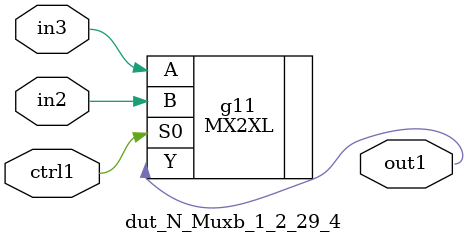
<source format=v>
`timescale 1ps / 1ps


module dut_N_Muxb_1_2_29_4(in3, in2, ctrl1, out1);
  input in3, in2, ctrl1;
  output out1;
  wire in3, in2, ctrl1;
  wire out1;
  MX2XL g11(.A (in3), .B (in2), .S0 (ctrl1), .Y (out1));
endmodule



</source>
